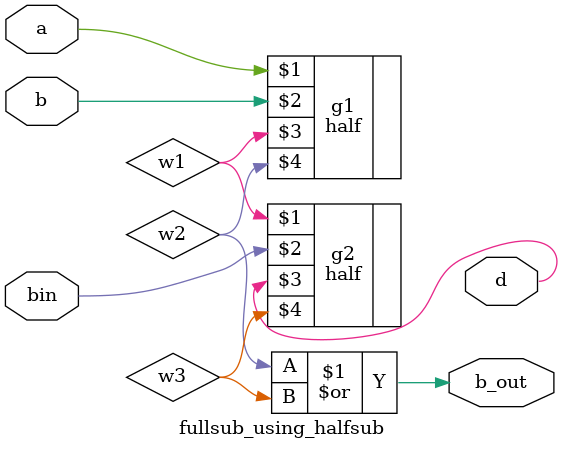
<source format=v>
`include "half.v"
module fullsub_using_halfsub(a,b,bin,d,b_out);
input a,b,bin;
output d,b_out;
half g1(a,b,w1,w2);
half g2(w1,bin,d,w3);
or g3(b_out,w2,w3);
endmodule





</source>
